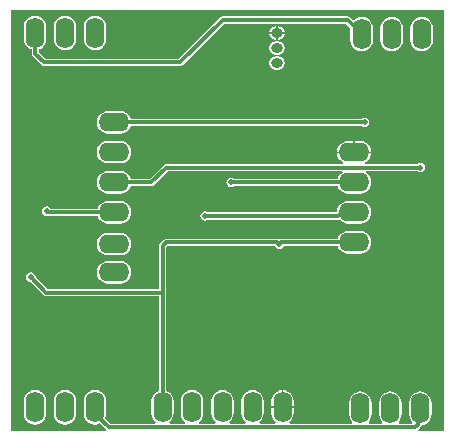
<source format=gbl>
G04*
G04 #@! TF.GenerationSoftware,Altium Limited,Altium Designer,22.7.1 (60)*
G04*
G04 Layer_Physical_Order=2*
G04 Layer_Color=16711680*
%FSLAX44Y44*%
%MOMM*%
G71*
G04*
G04 #@! TF.SameCoordinates,7FD8A325-ED4A-4E6D-A823-A032D3294E47*
G04*
G04*
G04 #@! TF.FilePolarity,Positive*
G04*
G01*
G75*
%ADD20C,0.3000*%
%ADD21O,1.6000X2.6000*%
%ADD22O,2.6000X1.6000*%
%ADD23O,1.0000X0.8000*%
%ADD24C,0.5000*%
G36*
X368441Y358441D02*
X368442Y1558D01*
X346535D01*
X346150Y2828D01*
X346163Y2837D01*
X348163Y4837D01*
X348826Y5829D01*
X348958Y6492D01*
X350880Y6744D01*
X353191Y7702D01*
X355175Y9225D01*
X356698Y11209D01*
X357655Y13520D01*
X357982Y16000D01*
Y26000D01*
X357655Y28480D01*
X356698Y30791D01*
X355175Y32775D01*
X353191Y34298D01*
X350880Y35255D01*
X348400Y35582D01*
X345920Y35255D01*
X343609Y34298D01*
X341624Y32775D01*
X340102Y30791D01*
X339145Y28480D01*
X338818Y26000D01*
Y16000D01*
X339145Y13520D01*
X340102Y11209D01*
X341545Y9329D01*
X341457Y8880D01*
X341058Y8059D01*
X330171D01*
X330011Y8531D01*
X329855Y9329D01*
X331298Y11209D01*
X332255Y13520D01*
X332582Y16000D01*
Y26000D01*
X332255Y28480D01*
X331298Y30791D01*
X329775Y32775D01*
X327791Y34298D01*
X325480Y35255D01*
X323000Y35582D01*
X320520Y35255D01*
X318209Y34298D01*
X316224Y32775D01*
X314702Y30791D01*
X313745Y28480D01*
X313418Y26000D01*
Y16000D01*
X313745Y13520D01*
X314702Y11209D01*
X316145Y9329D01*
X315989Y8531D01*
X315829Y8059D01*
X304771D01*
X304611Y8531D01*
X304455Y9329D01*
X305898Y11209D01*
X306855Y13520D01*
X307182Y16000D01*
Y26000D01*
X306855Y28480D01*
X305898Y30791D01*
X304375Y32775D01*
X302391Y34298D01*
X300080Y35255D01*
X297600Y35582D01*
X295120Y35255D01*
X292809Y34298D01*
X290825Y32775D01*
X289302Y30791D01*
X288344Y28480D01*
X288018Y26000D01*
Y16000D01*
X288344Y13520D01*
X289302Y11209D01*
X290745Y9329D01*
X290589Y8531D01*
X290429Y8059D01*
X237639D01*
X237208Y9329D01*
X238375Y10224D01*
X239898Y12209D01*
X240855Y14520D01*
X241182Y17000D01*
Y21250D01*
X231600D01*
X222018D01*
Y17000D01*
X222344Y14520D01*
X223302Y12209D01*
X224825Y10224D01*
X225992Y9329D01*
X225561Y8059D01*
X212239D01*
X211808Y9329D01*
X212975Y10224D01*
X214498Y12209D01*
X215455Y14520D01*
X215782Y17000D01*
Y27000D01*
X215455Y29480D01*
X214498Y31791D01*
X212975Y33775D01*
X210991Y35298D01*
X208680Y36256D01*
X206200Y36582D01*
X203720Y36256D01*
X201409Y35298D01*
X199424Y33775D01*
X197902Y31791D01*
X196945Y29480D01*
X196618Y27000D01*
Y17000D01*
X196945Y14520D01*
X197902Y12209D01*
X199424Y10224D01*
X200592Y9329D01*
X200161Y8059D01*
X186839D01*
X186408Y9329D01*
X187575Y10224D01*
X189098Y12209D01*
X190055Y14520D01*
X190382Y17000D01*
Y27000D01*
X190055Y29480D01*
X189098Y31791D01*
X187575Y33775D01*
X185591Y35298D01*
X183280Y36256D01*
X180800Y36582D01*
X178320Y36256D01*
X176009Y35298D01*
X174025Y33775D01*
X172502Y31791D01*
X171544Y29480D01*
X171218Y27000D01*
Y17000D01*
X171544Y14520D01*
X172502Y12209D01*
X174025Y10224D01*
X175192Y9329D01*
X174761Y8059D01*
X161039D01*
X160608Y9329D01*
X161775Y10224D01*
X163298Y12209D01*
X164255Y14520D01*
X164582Y17000D01*
Y27000D01*
X164255Y29480D01*
X163298Y31791D01*
X161775Y33775D01*
X159791Y35298D01*
X157480Y36256D01*
X155000Y36582D01*
X152520Y36256D01*
X150209Y35298D01*
X148224Y33775D01*
X146702Y31791D01*
X145744Y29480D01*
X145418Y27000D01*
Y17000D01*
X145744Y14520D01*
X146702Y12209D01*
X148224Y10224D01*
X149392Y9329D01*
X148961Y8059D01*
X136039D01*
X135608Y9329D01*
X136775Y10224D01*
X138298Y12209D01*
X139255Y14520D01*
X139582Y17000D01*
Y27000D01*
X139255Y29480D01*
X138298Y31791D01*
X136775Y33775D01*
X134791Y35298D01*
X133059Y36016D01*
Y119000D01*
Y157333D01*
X134267Y158541D01*
X225298D01*
X226116Y157316D01*
X227439Y156432D01*
X229000Y156122D01*
X230561Y156432D01*
X231884Y157316D01*
X232702Y158541D01*
X278184D01*
X278902Y156809D01*
X280424Y154825D01*
X282409Y153302D01*
X284720Y152345D01*
X287200Y152018D01*
X297200D01*
X299680Y152345D01*
X301991Y153302D01*
X303976Y154825D01*
X305498Y156809D01*
X306455Y159120D01*
X306782Y161600D01*
X306455Y164080D01*
X305498Y166391D01*
X303976Y168375D01*
X301991Y169898D01*
X299680Y170856D01*
X297200Y171182D01*
X287200D01*
X284720Y170856D01*
X282409Y169898D01*
X280424Y168375D01*
X278902Y166391D01*
X278184Y164659D01*
X230400D01*
X230400Y164659D01*
X229230Y164426D01*
X229007Y164277D01*
X229000Y164278D01*
X228576Y164194D01*
X228229Y164426D01*
X227059Y164659D01*
X227059Y164659D01*
X133000D01*
X131830Y164426D01*
X130837Y163763D01*
X127837Y160763D01*
X127174Y159770D01*
X126941Y158600D01*
X126941Y158600D01*
Y122059D01*
X32831D01*
X22461Y132429D01*
X22212Y133681D01*
X21328Y135004D01*
X20005Y135888D01*
X18444Y136198D01*
X16883Y135888D01*
X15560Y135004D01*
X14676Y133681D01*
X14366Y132120D01*
X14676Y130559D01*
X15560Y129236D01*
X16883Y128352D01*
X18135Y128103D01*
X29401Y116837D01*
X29401Y116837D01*
X30393Y116174D01*
X31564Y115941D01*
X126941D01*
Y36016D01*
X125209Y35298D01*
X123224Y33775D01*
X121702Y31791D01*
X120744Y29480D01*
X120418Y27000D01*
Y17000D01*
X120744Y14520D01*
X121702Y12209D01*
X123224Y10224D01*
X124392Y9329D01*
X123961Y8059D01*
X85768D01*
X81243Y12583D01*
X82046Y14520D01*
X82372Y17000D01*
Y27000D01*
X82046Y29480D01*
X81088Y31791D01*
X79566Y33775D01*
X77581Y35298D01*
X75270Y36256D01*
X72790Y36582D01*
X70310Y36256D01*
X67999Y35298D01*
X66015Y33775D01*
X64492Y31791D01*
X63535Y29480D01*
X63208Y27000D01*
Y17000D01*
X63535Y14520D01*
X64492Y12209D01*
X66015Y10224D01*
X67999Y8702D01*
X70310Y7745D01*
X72790Y7418D01*
X75270Y7745D01*
X76798Y8377D01*
X82338Y2837D01*
X82338Y2837D01*
X82351Y2828D01*
X81966Y1558D01*
X1558Y1558D01*
X1558Y358442D01*
X368441Y358441D01*
D02*
G37*
%LPC*%
G36*
X228000Y344508D02*
X227750D01*
Y339650D01*
X233459D01*
X233181Y341046D01*
X231965Y342865D01*
X230146Y344081D01*
X228000Y344508D01*
D02*
G37*
G36*
X226250D02*
X226000D01*
X223854Y344081D01*
X222035Y342865D01*
X220819Y341046D01*
X220541Y339650D01*
X226250D01*
Y344508D01*
D02*
G37*
G36*
X233459Y338150D02*
X227750D01*
Y333292D01*
X228000D01*
X230146Y333719D01*
X231965Y334935D01*
X233181Y336754D01*
X233459Y338150D01*
D02*
G37*
G36*
X226250D02*
X220541D01*
X220819Y336754D01*
X222035Y334935D01*
X223854Y333719D01*
X226000Y333292D01*
X226250D01*
Y338150D01*
D02*
G37*
G36*
X72950Y353582D02*
X70470Y353256D01*
X68159Y352298D01*
X66175Y350775D01*
X64652Y348791D01*
X63695Y346480D01*
X63368Y344000D01*
Y334000D01*
X63695Y331520D01*
X64652Y329209D01*
X66175Y327225D01*
X68159Y325702D01*
X70470Y324744D01*
X72950Y324418D01*
X75430Y324744D01*
X77741Y325702D01*
X79725Y327225D01*
X81248Y329209D01*
X82205Y331520D01*
X82532Y334000D01*
Y344000D01*
X82205Y346480D01*
X81248Y348791D01*
X79725Y350775D01*
X77741Y352298D01*
X75430Y353256D01*
X72950Y353582D01*
D02*
G37*
G36*
X47550D02*
X45070Y353256D01*
X42759Y352298D01*
X40774Y350775D01*
X39252Y348791D01*
X38294Y346480D01*
X37968Y344000D01*
Y334000D01*
X38294Y331520D01*
X39252Y329209D01*
X40774Y327225D01*
X42759Y325702D01*
X45070Y324744D01*
X47550Y324418D01*
X50030Y324744D01*
X52341Y325702D01*
X54325Y327225D01*
X55848Y329209D01*
X56805Y331520D01*
X57132Y334000D01*
Y344000D01*
X56805Y346480D01*
X55848Y348791D01*
X54325Y350775D01*
X52341Y352298D01*
X50030Y353256D01*
X47550Y353582D01*
D02*
G37*
G36*
X349400Y352582D02*
X346920Y352256D01*
X344609Y351298D01*
X342625Y349776D01*
X341102Y347791D01*
X340145Y345480D01*
X339818Y343000D01*
Y333000D01*
X340145Y330520D01*
X341102Y328209D01*
X342625Y326225D01*
X344609Y324702D01*
X346920Y323745D01*
X349400Y323418D01*
X351880Y323745D01*
X354191Y324702D01*
X356175Y326225D01*
X357698Y328209D01*
X358656Y330520D01*
X358982Y333000D01*
Y343000D01*
X358656Y345480D01*
X357698Y347791D01*
X356175Y349776D01*
X354191Y351298D01*
X351880Y352256D01*
X349400Y352582D01*
D02*
G37*
G36*
X324000D02*
X321520Y352256D01*
X319209Y351298D01*
X317225Y349776D01*
X315702Y347791D01*
X314745Y345480D01*
X314418Y343000D01*
Y333000D01*
X314745Y330520D01*
X315702Y328209D01*
X317225Y326225D01*
X319209Y324702D01*
X321520Y323745D01*
X324000Y323418D01*
X326480Y323745D01*
X328791Y324702D01*
X330775Y326225D01*
X332298Y328209D01*
X333256Y330520D01*
X333582Y333000D01*
Y343000D01*
X333256Y345480D01*
X332298Y347791D01*
X330775Y349776D01*
X328791Y351298D01*
X326480Y352256D01*
X324000Y352582D01*
D02*
G37*
G36*
X22150Y353582D02*
X19670Y353256D01*
X17359Y352298D01*
X15374Y350775D01*
X13852Y348791D01*
X12895Y346480D01*
X12568Y344000D01*
Y334000D01*
X12895Y331520D01*
X13852Y329209D01*
X15374Y327225D01*
X17359Y325702D01*
X19091Y324984D01*
Y321474D01*
X19091Y321474D01*
X19324Y320303D01*
X19987Y319311D01*
X27461Y311837D01*
X28454Y311174D01*
X29624Y310941D01*
X144800D01*
X144800Y310941D01*
X145970Y311174D01*
X146963Y311837D01*
X182067Y346941D01*
X285333D01*
X288950Y343325D01*
X288950Y343325D01*
X289052Y343256D01*
X289018Y343000D01*
Y333000D01*
X289345Y330520D01*
X290302Y328209D01*
X291825Y326225D01*
X293809Y324702D01*
X296120Y323745D01*
X298600Y323418D01*
X301080Y323745D01*
X303391Y324702D01*
X305375Y326225D01*
X306898Y328209D01*
X307855Y330520D01*
X308182Y333000D01*
Y343000D01*
X307855Y345480D01*
X306898Y347791D01*
X305375Y349776D01*
X303391Y351298D01*
X301080Y352256D01*
X298600Y352582D01*
X296120Y352256D01*
X293809Y351298D01*
X291825Y349776D01*
X291192Y349734D01*
X288763Y352163D01*
X287771Y352826D01*
X286600Y353059D01*
X286600Y353059D01*
X180800D01*
X180800Y353059D01*
X179629Y352826D01*
X178637Y352163D01*
X143533Y317059D01*
X30891D01*
X25209Y322741D01*
Y324984D01*
X26941Y325702D01*
X28925Y327225D01*
X30448Y329209D01*
X31405Y331520D01*
X31732Y334000D01*
Y344000D01*
X31405Y346480D01*
X30448Y348791D01*
X28925Y350775D01*
X26941Y352298D01*
X24630Y353256D01*
X22150Y353582D01*
D02*
G37*
G36*
X228000Y331808D02*
X226000D01*
X223854Y331381D01*
X222035Y330165D01*
X220819Y328346D01*
X220392Y326200D01*
X220819Y324054D01*
X222035Y322235D01*
X223854Y321019D01*
X226000Y320592D01*
X228000D01*
X230146Y321019D01*
X231965Y322235D01*
X233181Y324054D01*
X233608Y326200D01*
X233181Y328346D01*
X231965Y330165D01*
X230146Y331381D01*
X228000Y331808D01*
D02*
G37*
G36*
Y319108D02*
X226000D01*
X223854Y318681D01*
X222035Y317465D01*
X220819Y315646D01*
X220392Y313500D01*
X220819Y311354D01*
X222035Y309535D01*
X223854Y308319D01*
X226000Y307892D01*
X228000D01*
X230146Y308319D01*
X231965Y309535D01*
X233181Y311354D01*
X233608Y313500D01*
X233181Y315646D01*
X231965Y317465D01*
X230146Y318681D01*
X228000Y319108D01*
D02*
G37*
G36*
X94000Y272782D02*
X84000D01*
X81520Y272456D01*
X79209Y271498D01*
X77224Y269975D01*
X75702Y267991D01*
X74745Y265680D01*
X74418Y263200D01*
X74745Y260720D01*
X75702Y258409D01*
X77224Y256425D01*
X79209Y254902D01*
X81520Y253945D01*
X84000Y253618D01*
X94000D01*
X96480Y253945D01*
X98791Y254902D01*
X100775Y256425D01*
X102298Y258409D01*
X103016Y260141D01*
X298378D01*
X299439Y259432D01*
X301000Y259122D01*
X302561Y259432D01*
X303884Y260316D01*
X304768Y261639D01*
X305078Y263200D01*
X304768Y264761D01*
X303884Y266084D01*
X302561Y266968D01*
X301000Y267278D01*
X299439Y266968D01*
X298378Y266259D01*
X103016D01*
X102298Y267991D01*
X100775Y269975D01*
X98791Y271498D01*
X96480Y272456D01*
X94000Y272782D01*
D02*
G37*
G36*
X297200Y247382D02*
X292950D01*
Y238550D01*
X306683D01*
X306455Y240280D01*
X305498Y242591D01*
X303976Y244576D01*
X301991Y246098D01*
X299680Y247055D01*
X297200Y247382D01*
D02*
G37*
G36*
X291450D02*
X287200D01*
X284720Y247055D01*
X282409Y246098D01*
X280424Y244576D01*
X278902Y242591D01*
X277945Y240280D01*
X277717Y238550D01*
X291450D01*
Y247382D01*
D02*
G37*
G36*
X94000Y247782D02*
X84000D01*
X81520Y247456D01*
X79209Y246498D01*
X77224Y244975D01*
X75702Y242991D01*
X74745Y240680D01*
X74418Y238200D01*
X74745Y235720D01*
X75702Y233409D01*
X77224Y231425D01*
X79209Y229902D01*
X81520Y228945D01*
X84000Y228618D01*
X94000D01*
X96480Y228945D01*
X98791Y229902D01*
X100775Y231425D01*
X102298Y233409D01*
X103256Y235720D01*
X103582Y238200D01*
X103256Y240680D01*
X102298Y242991D01*
X100775Y244975D01*
X98791Y246498D01*
X96480Y247456D01*
X94000Y247782D01*
D02*
G37*
G36*
X306683Y237050D02*
X277717D01*
X277945Y235320D01*
X278902Y233009D01*
X280424Y231025D01*
X282409Y229502D01*
X282827Y229329D01*
X282574Y228059D01*
X133000D01*
X133000Y228059D01*
X131830Y227826D01*
X130837Y227163D01*
X119133Y215459D01*
X103016D01*
X102298Y217191D01*
X100775Y219175D01*
X98791Y220698D01*
X96480Y221656D01*
X94000Y221982D01*
X84000D01*
X81520Y221656D01*
X79209Y220698D01*
X77224Y219175D01*
X75702Y217191D01*
X74745Y214880D01*
X74418Y212400D01*
X74745Y209920D01*
X75702Y207609D01*
X77224Y205625D01*
X79209Y204102D01*
X81520Y203145D01*
X84000Y202818D01*
X94000D01*
X96480Y203145D01*
X98791Y204102D01*
X100775Y205625D01*
X102298Y207609D01*
X103016Y209341D01*
X120400D01*
X120400Y209341D01*
X121571Y209574D01*
X122563Y210237D01*
X134267Y221941D01*
X282091D01*
X282387Y220786D01*
X282374Y220671D01*
X280424Y219175D01*
X278902Y217191D01*
X278184Y215459D01*
X190622D01*
X189561Y216168D01*
X188000Y216478D01*
X186439Y216168D01*
X185116Y215284D01*
X184232Y213961D01*
X183922Y212400D01*
X184232Y210839D01*
X185116Y209516D01*
X186439Y208632D01*
X188000Y208322D01*
X189561Y208632D01*
X190622Y209341D01*
X278184D01*
X278902Y207609D01*
X280424Y205625D01*
X282409Y204102D01*
X284720Y203145D01*
X287200Y202818D01*
X297200D01*
X299680Y203145D01*
X301991Y204102D01*
X303976Y205625D01*
X305498Y207609D01*
X306455Y209920D01*
X306782Y212400D01*
X306455Y214880D01*
X305498Y217191D01*
X303976Y219175D01*
X302026Y220671D01*
X302013Y220786D01*
X302309Y221941D01*
X345778D01*
X346839Y221232D01*
X348400Y220922D01*
X349961Y221232D01*
X351284Y222116D01*
X352168Y223439D01*
X352478Y225000D01*
X352168Y226561D01*
X351284Y227884D01*
X349961Y228768D01*
X348400Y229078D01*
X346839Y228768D01*
X345778Y228059D01*
X301826D01*
X301573Y229329D01*
X301991Y229502D01*
X303976Y231025D01*
X305498Y233009D01*
X306455Y235320D01*
X306683Y237050D01*
D02*
G37*
G36*
X94000Y196582D02*
X84000D01*
X81520Y196255D01*
X79209Y195298D01*
X77224Y193776D01*
X75702Y191791D01*
X74984Y190059D01*
X35435D01*
X34884Y190884D01*
X33561Y191768D01*
X32000Y192078D01*
X30439Y191768D01*
X29116Y190884D01*
X28232Y189561D01*
X27922Y188000D01*
X28232Y186439D01*
X29116Y185116D01*
X30439Y184232D01*
X32000Y183922D01*
X32549Y184031D01*
X33000Y183941D01*
X33000Y183941D01*
X74984D01*
X75702Y182209D01*
X77224Y180225D01*
X79209Y178702D01*
X81520Y177745D01*
X84000Y177418D01*
X94000D01*
X96480Y177745D01*
X98791Y178702D01*
X100775Y180225D01*
X102298Y182209D01*
X103256Y184520D01*
X103582Y187000D01*
X103256Y189480D01*
X102298Y191791D01*
X100775Y193776D01*
X98791Y195298D01*
X96480Y196255D01*
X94000Y196582D01*
D02*
G37*
G36*
X297200D02*
X287200D01*
X284720Y196255D01*
X282409Y195298D01*
X280424Y193776D01*
X278902Y191791D01*
X277945Y189480D01*
X277626Y187059D01*
X168622D01*
X167561Y187768D01*
X166000Y188078D01*
X164439Y187768D01*
X163116Y186884D01*
X162232Y185561D01*
X161922Y184000D01*
X162232Y182439D01*
X163116Y181116D01*
X164439Y180232D01*
X166000Y179922D01*
X167561Y180232D01*
X168622Y180941D01*
X278943D01*
X278943Y180941D01*
X279751Y181102D01*
X280424Y180225D01*
X282409Y178702D01*
X284720Y177745D01*
X287200Y177418D01*
X297200D01*
X299680Y177745D01*
X301991Y178702D01*
X303976Y180225D01*
X305498Y182209D01*
X306455Y184520D01*
X306782Y187000D01*
X306455Y189480D01*
X305498Y191791D01*
X303976Y193776D01*
X301991Y195298D01*
X299680Y196255D01*
X297200Y196582D01*
D02*
G37*
G36*
X94000Y169782D02*
X84000D01*
X81520Y169456D01*
X79209Y168498D01*
X77224Y166975D01*
X75702Y164991D01*
X74745Y162680D01*
X74418Y160200D01*
X74745Y157720D01*
X75702Y155409D01*
X77224Y153425D01*
X79209Y151902D01*
X81520Y150945D01*
X84000Y150618D01*
X94000D01*
X96480Y150945D01*
X98791Y151902D01*
X100775Y153425D01*
X102298Y155409D01*
X103256Y157720D01*
X103582Y160200D01*
X103256Y162680D01*
X102298Y164991D01*
X100775Y166975D01*
X98791Y168498D01*
X96480Y169456D01*
X94000Y169782D01*
D02*
G37*
G36*
Y145782D02*
X84000D01*
X81520Y145456D01*
X79209Y144498D01*
X77224Y142976D01*
X75702Y140991D01*
X74745Y138680D01*
X74418Y136200D01*
X74745Y133720D01*
X75702Y131409D01*
X77224Y129425D01*
X79209Y127902D01*
X81520Y126945D01*
X84000Y126618D01*
X94000D01*
X96480Y126945D01*
X98791Y127902D01*
X100775Y129425D01*
X102298Y131409D01*
X103256Y133720D01*
X103582Y136200D01*
X103256Y138680D01*
X102298Y140991D01*
X100775Y142976D01*
X98791Y144498D01*
X96480Y145456D01*
X94000Y145782D01*
D02*
G37*
G36*
X232350Y36483D02*
Y22750D01*
X241182D01*
Y27000D01*
X240855Y29480D01*
X239898Y31791D01*
X238375Y33775D01*
X236391Y35298D01*
X234080Y36256D01*
X232350Y36483D01*
D02*
G37*
G36*
X230850D02*
X229120Y36256D01*
X226809Y35298D01*
X224825Y33775D01*
X223302Y31791D01*
X222344Y29480D01*
X222018Y27000D01*
Y22750D01*
X230850D01*
Y36483D01*
D02*
G37*
G36*
X47390Y36582D02*
X44910Y36256D01*
X42599Y35298D01*
X40615Y33775D01*
X39092Y31791D01*
X38135Y29480D01*
X37808Y27000D01*
Y17000D01*
X38135Y14520D01*
X39092Y12209D01*
X40615Y10224D01*
X42599Y8702D01*
X44910Y7745D01*
X47390Y7418D01*
X49870Y7745D01*
X52181Y8702D01*
X54166Y10224D01*
X55689Y12209D01*
X56646Y14520D01*
X56972Y17000D01*
Y27000D01*
X56646Y29480D01*
X55689Y31791D01*
X54166Y33775D01*
X52181Y35298D01*
X49870Y36256D01*
X47390Y36582D01*
D02*
G37*
G36*
X21990D02*
X19510Y36256D01*
X17199Y35298D01*
X15215Y33775D01*
X13692Y31791D01*
X12735Y29480D01*
X12408Y27000D01*
Y17000D01*
X12735Y14520D01*
X13692Y12209D01*
X15215Y10224D01*
X17199Y8702D01*
X19510Y7745D01*
X21990Y7418D01*
X24470Y7745D01*
X26781Y8702D01*
X28766Y10224D01*
X30289Y12209D01*
X31246Y14520D01*
X31572Y17000D01*
Y27000D01*
X31246Y29480D01*
X30289Y31791D01*
X28766Y33775D01*
X26781Y35298D01*
X24470Y36256D01*
X21990Y36582D01*
D02*
G37*
%LPD*%
D20*
X130000Y119000D02*
Y158600D01*
Y22000D02*
Y119000D01*
X31564D02*
X130000D01*
X18444Y132120D02*
X31564Y119000D01*
X228459Y160200D02*
X229000D01*
X227059Y161600D02*
X228459Y160200D01*
X133000Y161600D02*
X227059D01*
X130000Y158600D02*
X133000Y161600D01*
X29624Y314000D02*
X144800D01*
X22150Y321474D02*
Y339000D01*
Y321474D02*
X29624Y314000D01*
X298600Y338000D02*
Y339482D01*
X292595Y345487D02*
X298600Y339482D01*
X291113Y345487D02*
X292595D01*
X286600Y350000D02*
X291113Y345487D01*
X180800Y350000D02*
X286600D01*
X144800Y314000D02*
X180800Y350000D01*
X230400Y161600D02*
X292200D01*
X229000Y160200D02*
X230400Y161600D01*
X133000Y225000D02*
X348400D01*
X120400Y212400D02*
X133000Y225000D01*
X89000Y212400D02*
X120400D01*
X72790Y16711D02*
Y22000D01*
Y16711D02*
X84501Y5000D01*
X346000Y7000D02*
Y18600D01*
X348400Y21000D01*
X84501Y5000D02*
X344000D01*
X346000Y7000D01*
X89000Y263200D02*
X301000D01*
X33000Y187000D02*
X89000D01*
X32000Y188000D02*
X33000Y187000D01*
X188000Y212400D02*
X292200D01*
X289713Y184513D02*
X292200Y187000D01*
X279455Y184513D02*
X289713D01*
X278943Y184000D02*
X279455Y184513D01*
X166000Y184000D02*
X278943D01*
D21*
X231600Y22000D02*
D03*
X180800D02*
D03*
X155000D02*
D03*
X130000D02*
D03*
X206200D02*
D03*
X298600Y338000D02*
D03*
X324000D02*
D03*
X349400D02*
D03*
X22150Y339000D02*
D03*
X47550D02*
D03*
X72950D02*
D03*
X72790Y22000D02*
D03*
X47390D02*
D03*
X21990D02*
D03*
X348400Y21000D02*
D03*
X323000D02*
D03*
X297600D02*
D03*
D22*
X292200Y161600D02*
D03*
Y187000D02*
D03*
Y212400D02*
D03*
Y237800D02*
D03*
X89000Y136200D02*
D03*
Y160200D02*
D03*
Y187000D02*
D03*
Y263200D02*
D03*
Y238200D02*
D03*
Y212400D02*
D03*
D23*
X227000Y338900D02*
D03*
Y326200D02*
D03*
Y313500D02*
D03*
D24*
X18444Y132120D02*
D03*
X229000Y160200D02*
D03*
X348400Y225000D02*
D03*
X301000Y263200D02*
D03*
X32000Y188000D02*
D03*
X188000Y212400D02*
D03*
X166000Y184000D02*
D03*
M02*

</source>
